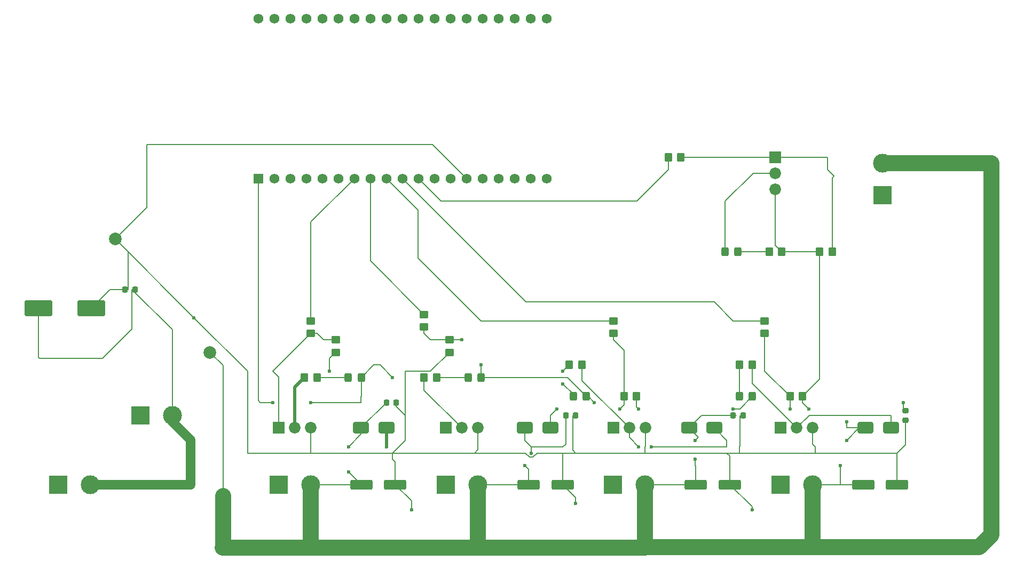
<source format=gbr>
%TF.GenerationSoftware,KiCad,Pcbnew,9.0.0*%
%TF.CreationDate,2025-07-08T15:13:07+02:00*%
%TF.ProjectId,Genric ESP32 5 MOSFEST ,47656e72-6963-4204-9553-503332203520,rev?*%
%TF.SameCoordinates,Original*%
%TF.FileFunction,Copper,L1,Top*%
%TF.FilePolarity,Positive*%
%FSLAX46Y46*%
G04 Gerber Fmt 4.6, Leading zero omitted, Abs format (unit mm)*
G04 Created by KiCad (PCBNEW 9.0.0) date 2025-07-08 15:13:07*
%MOMM*%
%LPD*%
G01*
G04 APERTURE LIST*
G04 Aperture macros list*
%AMRoundRect*
0 Rectangle with rounded corners*
0 $1 Rounding radius*
0 $2 $3 $4 $5 $6 $7 $8 $9 X,Y pos of 4 corners*
0 Add a 4 corners polygon primitive as box body*
4,1,4,$2,$3,$4,$5,$6,$7,$8,$9,$2,$3,0*
0 Add four circle primitives for the rounded corners*
1,1,$1+$1,$2,$3*
1,1,$1+$1,$4,$5*
1,1,$1+$1,$6,$7*
1,1,$1+$1,$8,$9*
0 Add four rect primitives between the rounded corners*
20,1,$1+$1,$2,$3,$4,$5,0*
20,1,$1+$1,$4,$5,$6,$7,0*
20,1,$1+$1,$6,$7,$8,$9,0*
20,1,$1+$1,$8,$9,$2,$3,0*%
G04 Aperture macros list end*
%TA.AperFunction,ComponentPad*%
%ADD10C,1.560000*%
%TD*%
%TA.AperFunction,ComponentPad*%
%ADD11R,1.560000X1.560000*%
%TD*%
%TA.AperFunction,SMDPad,CuDef*%
%ADD12RoundRect,0.250000X-1.000000X-0.650000X1.000000X-0.650000X1.000000X0.650000X-1.000000X0.650000X0*%
%TD*%
%TA.AperFunction,SMDPad,CuDef*%
%ADD13RoundRect,0.250000X-0.325000X-0.450000X0.325000X-0.450000X0.325000X0.450000X-0.325000X0.450000X0*%
%TD*%
%TA.AperFunction,SMDPad,CuDef*%
%ADD14RoundRect,0.225000X-0.250000X0.225000X-0.250000X-0.225000X0.250000X-0.225000X0.250000X0.225000X0*%
%TD*%
%TA.AperFunction,SMDPad,CuDef*%
%ADD15RoundRect,0.225000X-0.225000X-0.250000X0.225000X-0.250000X0.225000X0.250000X-0.225000X0.250000X0*%
%TD*%
%TA.AperFunction,SMDPad,CuDef*%
%ADD16RoundRect,0.250000X-0.450000X0.350000X-0.450000X-0.350000X0.450000X-0.350000X0.450000X0.350000X0*%
%TD*%
%TA.AperFunction,SMDPad,CuDef*%
%ADD17RoundRect,0.250000X0.350000X0.450000X-0.350000X0.450000X-0.350000X-0.450000X0.350000X-0.450000X0*%
%TD*%
%TA.AperFunction,SMDPad,CuDef*%
%ADD18RoundRect,0.250000X0.450000X-0.350000X0.450000X0.350000X-0.450000X0.350000X-0.450000X-0.350000X0*%
%TD*%
%TA.AperFunction,SMDPad,CuDef*%
%ADD19RoundRect,0.250000X-0.350000X-0.450000X0.350000X-0.450000X0.350000X0.450000X-0.350000X0.450000X0*%
%TD*%
%TA.AperFunction,SMDPad,CuDef*%
%ADD20C,2.000000*%
%TD*%
%TA.AperFunction,ComponentPad*%
%ADD21R,1.845000X1.845000*%
%TD*%
%TA.AperFunction,ComponentPad*%
%ADD22C,1.845000*%
%TD*%
%TA.AperFunction,ComponentPad*%
%ADD23R,3.000000X3.000000*%
%TD*%
%TA.AperFunction,ComponentPad*%
%ADD24C,3.000000*%
%TD*%
%TA.AperFunction,ComponentPad*%
%ADD25C,1.400000*%
%TD*%
%TA.AperFunction,SMDPad,CuDef*%
%ADD26RoundRect,0.250000X0.325000X0.450000X-0.325000X0.450000X-0.325000X-0.450000X0.325000X-0.450000X0*%
%TD*%
%TA.AperFunction,SMDPad,CuDef*%
%ADD27RoundRect,0.250000X-1.500000X-0.550000X1.500000X-0.550000X1.500000X0.550000X-1.500000X0.550000X0*%
%TD*%
%TA.AperFunction,SMDPad,CuDef*%
%ADD28RoundRect,0.250000X-1.950000X-1.000000X1.950000X-1.000000X1.950000X1.000000X-1.950000X1.000000X0*%
%TD*%
%TA.AperFunction,ViaPad*%
%ADD29C,0.600000*%
%TD*%
%TA.AperFunction,Conductor*%
%ADD30C,0.200000*%
%TD*%
%TA.AperFunction,Conductor*%
%ADD31C,0.500000*%
%TD*%
%TA.AperFunction,Conductor*%
%ADD32C,0.150000*%
%TD*%
%TA.AperFunction,Conductor*%
%ADD33C,2.500000*%
%TD*%
%TA.AperFunction,Conductor*%
%ADD34C,1.500000*%
%TD*%
G04 APERTURE END LIST*
D10*
%TO.P,U2,J3-19,CLK*%
%TO.N,unconnected-(U2-CLK-PadJ3-19)*%
X96400000Y-111000000D03*
%TO.P,U2,J3-18,SD0*%
%TO.N,unconnected-(U2-SD0-PadJ3-18)*%
X93860000Y-111000000D03*
%TO.P,U2,J3-17,SD1*%
%TO.N,unconnected-(U2-SD1-PadJ3-17)*%
X91320000Y-111000000D03*
%TO.P,U2,J3-16,IO15*%
%TO.N,unconnected-(U2-IO15-PadJ3-16)*%
X88780000Y-111000000D03*
%TO.P,U2,J3-15,IO2*%
%TO.N,unconnected-(U2-IO2-PadJ3-15)*%
X86240000Y-111000000D03*
%TO.P,U2,J3-14,IO0*%
%TO.N,unconnected-(U2-IO0-PadJ3-14)*%
X83700000Y-111000000D03*
%TO.P,U2,J3-13,IO4*%
%TO.N,unconnected-(U2-IO4-PadJ3-13)*%
X81160000Y-111000000D03*
%TO.P,U2,J3-12,IO16*%
%TO.N,unconnected-(U2-IO16-PadJ3-12)*%
X78620000Y-111000000D03*
%TO.P,U2,J3-11,IO17*%
%TO.N,unconnected-(U2-IO17-PadJ3-11)*%
X76080000Y-111000000D03*
%TO.P,U2,J3-10,IO5*%
%TO.N,unconnected-(U2-IO5-PadJ3-10)*%
X73540000Y-111000000D03*
%TO.P,U2,J3-9,IO18*%
%TO.N,unconnected-(U2-IO18-PadJ3-9)*%
X71000000Y-111000000D03*
%TO.P,U2,J3-8,IO19*%
%TO.N,unconnected-(U2-IO19-PadJ3-8)*%
X68460000Y-111000000D03*
%TO.P,U2,J3-7,GND2*%
%TO.N,unconnected-(U2-GND2-PadJ3-7)*%
X65920000Y-111000000D03*
%TO.P,U2,J3-6,IO21*%
%TO.N,unconnected-(U2-IO21-PadJ3-6)*%
X63380000Y-111000000D03*
%TO.P,U2,J3-5,RXD0*%
%TO.N,unconnected-(U2-RXD0-PadJ3-5)*%
X60840000Y-111000000D03*
%TO.P,U2,J3-4,TXD0*%
%TO.N,unconnected-(U2-TXD0-PadJ3-4)*%
X58300000Y-111000000D03*
%TO.P,U2,J3-3,IO22*%
%TO.N,unconnected-(U2-IO22-PadJ3-3)*%
X55760000Y-111000000D03*
%TO.P,U2,J3-2,IO23*%
%TO.N,unconnected-(U2-IO23-PadJ3-2)*%
X53220000Y-111000000D03*
%TO.P,U2,J3-1,GND3*%
%TO.N,unconnected-(U2-GND3-PadJ3-1)*%
X50680000Y-111000000D03*
%TO.P,U2,J2-18,CMD*%
%TO.N,unconnected-(U2-CMD-PadJ2-18)*%
X93860000Y-136400000D03*
%TO.P,U2,J2-17,SD3*%
%TO.N,unconnected-(U2-SD3-PadJ2-17)*%
X91320000Y-136400000D03*
%TO.P,U2,J2-16,SD2*%
%TO.N,unconnected-(U2-SD2-PadJ2-16)*%
X88780000Y-136400000D03*
%TO.P,U2,J2-15,IO13*%
%TO.N,unconnected-(U2-IO13-PadJ2-15)*%
X86240000Y-136400000D03*
%TO.P,U2,J2-14,GND1*%
%TO.N,GND*%
X83700000Y-136400000D03*
%TO.P,U2,J2-13,IO12*%
%TO.N,unconnected-(U2-IO12-PadJ2-13)*%
X81160000Y-136400000D03*
%TO.P,U2,J2-12,IO14*%
%TO.N,unconnected-(U2-IO14-PadJ2-12)*%
X78620000Y-136400000D03*
%TO.P,U2,J2-11,IO27*%
%TO.N,Net-(U2-IO27)*%
X76080000Y-136400000D03*
%TO.P,U2,J2-10,IO26*%
%TO.N,Net-(U2-IO26)*%
X73540000Y-136400000D03*
%TO.P,U2,J2-9,IO25*%
%TO.N,Net-(U2-IO25)*%
X71000000Y-136400000D03*
%TO.P,U2,J2-8,IO33*%
%TO.N,Net-(U2-IO33)*%
X68460000Y-136400000D03*
%TO.P,U2,J2-7,IO32*%
%TO.N,Net-(U2-IO32)*%
X65920000Y-136400000D03*
%TO.P,U2,J2-6,IO35*%
%TO.N,unconnected-(U2-IO35-PadJ2-6)*%
X63380000Y-136400000D03*
%TO.P,U2,J2-5,IO34*%
%TO.N,unconnected-(U2-IO34-PadJ2-5)*%
X60840000Y-136400000D03*
%TO.P,U2,J2-4,SENSOR_VN*%
%TO.N,unconnected-(U2-SENSOR_VN-PadJ2-4)*%
X58300000Y-136400000D03*
%TO.P,U2,J2-3,SENSOR_VP*%
%TO.N,unconnected-(U2-SENSOR_VP-PadJ2-3)*%
X55760000Y-136400000D03*
%TO.P,U2,J2-19,EXT_5V*%
%TO.N,unconnected-(U2-EXT_5V-PadJ2-19)*%
X96400000Y-136400000D03*
%TO.P,U2,J2-2,EN*%
%TO.N,unconnected-(U2-EN-PadJ2-2)*%
X53220000Y-136400000D03*
D11*
%TO.P,U2,J2-1,3V3*%
%TO.N,Net-(D1-A)*%
X50680000Y-136400000D03*
%TD*%
D12*
%TO.P,D9,2,A*%
%TO.N,Net-(D9-A)*%
X97000000Y-176000000D03*
%TO.P,D9,1,K*%
%TO.N,Net-(D10-K)*%
X93000000Y-176000000D03*
%TD*%
D13*
%TO.P,D1,1,K*%
%TO.N,Net-(D1-K)*%
X64975000Y-168000000D03*
%TO.P,D1,2,A*%
%TO.N,Net-(D1-A)*%
X67025000Y-168000000D03*
%TD*%
D14*
%TO.P,C10,1*%
%TO.N,Net-(D10-K)*%
X153345000Y-173225000D03*
%TO.P,C10,2*%
%TO.N,GND*%
X153345000Y-174775000D03*
%TD*%
D15*
%TO.P,C8,1*%
%TO.N,Net-(D10-K)*%
X126006667Y-174000000D03*
%TO.P,C8,2*%
%TO.N,GND*%
X127556667Y-174000000D03*
%TD*%
%TO.P,C6,1*%
%TO.N,Net-(D10-K)*%
X99443333Y-174000000D03*
%TO.P,C6,2*%
%TO.N,GND*%
X100993333Y-174000000D03*
%TD*%
%TO.P,C4,1*%
%TO.N,Net-(D10-K)*%
X71000000Y-172000000D03*
%TO.P,C4,2*%
%TO.N,GND*%
X72550000Y-172000000D03*
%TD*%
%TO.P,C2,1*%
%TO.N,GND*%
X29570000Y-154000000D03*
%TO.P,C2,2*%
%TO.N,Net-(J5-Pin_2)*%
X31120000Y-154000000D03*
%TD*%
D16*
%TO.P,R5,1*%
%TO.N,Net-(Q1-Pad1)*%
X63000000Y-162000000D03*
%TO.P,R5,2*%
%TO.N,GND*%
X63000000Y-164000000D03*
%TD*%
D17*
%TO.P,R9,1*%
%TO.N,Net-(D8-A)*%
X102000000Y-166000000D03*
%TO.P,R9,2*%
%TO.N,Net-(D5-K)*%
X100000000Y-166000000D03*
%TD*%
D18*
%TO.P,R10,2*%
%TO.N,Net-(U2-IO32)*%
X59000000Y-159000000D03*
%TO.P,R10,1*%
%TO.N,Net-(Q1-Pad1)*%
X59000000Y-161000000D03*
%TD*%
D19*
%TO.P,R7,2*%
%TO.N,Net-(D4-K)*%
X79000000Y-168000000D03*
%TO.P,R7,1*%
%TO.N,Net-(D9-A)*%
X77000000Y-168000000D03*
%TD*%
D13*
%TO.P,D4,2,A*%
%TO.N,Net-(D1-A)*%
X86025000Y-168000000D03*
%TO.P,D4,1,K*%
%TO.N,Net-(D4-K)*%
X83975000Y-168000000D03*
%TD*%
D18*
%TO.P,R11,2*%
%TO.N,Net-(U2-IO26)*%
X131000000Y-159000000D03*
%TO.P,R11,1*%
%TO.N,Net-(Q5-Pad1)*%
X131000000Y-161000000D03*
%TD*%
%TO.P,R6,1*%
%TO.N,GND*%
X81000000Y-164000000D03*
%TO.P,R6,2*%
%TO.N,Net-(Q3-Pad1)*%
X81000000Y-162000000D03*
%TD*%
D13*
%TO.P,D5,2,A*%
%TO.N,Net-(D1-A)*%
X102716667Y-171000000D03*
%TO.P,D5,1,K*%
%TO.N,Net-(D5-K)*%
X100666667Y-171000000D03*
%TD*%
D18*
%TO.P,R12,2*%
%TO.N,Net-(U2-IO33)*%
X77000000Y-158000000D03*
%TO.P,R12,1*%
%TO.N,Net-(Q3-Pad1)*%
X77000000Y-160000000D03*
%TD*%
D17*
%TO.P,R8,2*%
%TO.N,Net-(Q4-Pad1)*%
X108666667Y-171000000D03*
%TO.P,R8,1*%
%TO.N,GND*%
X110666667Y-171000000D03*
%TD*%
%TO.P,R15,2*%
%TO.N,Net-(D6-K)*%
X127000000Y-166000000D03*
%TO.P,R15,1*%
%TO.N,Net-(D3-A)*%
X129000000Y-166000000D03*
%TD*%
D13*
%TO.P,D6,1,K*%
%TO.N,Net-(D6-K)*%
X127000000Y-171000000D03*
%TO.P,D6,2,A*%
%TO.N,Net-(D1-A)*%
X129050000Y-171000000D03*
%TD*%
D18*
%TO.P,R13,2*%
%TO.N,Net-(U2-IO25)*%
X107000000Y-159000000D03*
%TO.P,R13,1*%
%TO.N,Net-(Q4-Pad1)*%
X107000000Y-161000000D03*
%TD*%
D19*
%TO.P,R4,1*%
%TO.N,Net-(D10-A)*%
X58000000Y-168000000D03*
%TO.P,R4,2*%
%TO.N,Net-(D1-K)*%
X60000000Y-168000000D03*
%TD*%
D20*
%TO.P,TP2,1,1*%
%TO.N,GND*%
X28000000Y-146000000D03*
%TD*%
%TO.P,TP1,1,1*%
%TO.N,Net-(D10-K)*%
X43000000Y-164000000D03*
%TD*%
D19*
%TO.P,R18,1*%
%TO.N,Net-(D7-K)*%
X131700000Y-148000000D03*
%TO.P,R18,2*%
%TO.N,GND*%
X133700000Y-148000000D03*
%TD*%
%TO.P,R17,1*%
%TO.N,GND*%
X139700000Y-148000000D03*
%TO.P,R17,2*%
%TO.N,Net-(Q6-Pad1)*%
X141700000Y-148000000D03*
%TD*%
D17*
%TO.P,R16,1*%
%TO.N,Net-(Q6-Pad1)*%
X117700000Y-133000000D03*
%TO.P,R16,2*%
%TO.N,Net-(U2-IO27)*%
X115700000Y-133000000D03*
%TD*%
%TO.P,R14,1*%
%TO.N,GND*%
X137000000Y-171000000D03*
%TO.P,R14,2*%
%TO.N,Net-(Q5-Pad1)*%
X135000000Y-171000000D03*
%TD*%
D21*
%TO.P,Q6,1*%
%TO.N,Net-(Q6-Pad1)*%
X132700000Y-133000000D03*
D22*
%TO.P,Q6,2*%
%TO.N,Net-(D7-A)*%
X132700000Y-135540000D03*
%TO.P,Q6,3*%
%TO.N,GND*%
X132700000Y-138080000D03*
%TD*%
D21*
%TO.P,Q5,1*%
%TO.N,Net-(Q5-Pad1)*%
X133510000Y-176000000D03*
D22*
%TO.P,Q5,2*%
%TO.N,Net-(D3-A)*%
X136050000Y-176000000D03*
%TO.P,Q5,3*%
%TO.N,GND*%
X138590000Y-176000000D03*
%TD*%
D21*
%TO.P,Q4,1*%
%TO.N,Net-(Q4-Pad1)*%
X106980000Y-176000000D03*
D22*
%TO.P,Q4,2*%
%TO.N,Net-(D8-A)*%
X109520000Y-176000000D03*
%TO.P,Q4,3*%
%TO.N,GND*%
X112060000Y-176000000D03*
%TD*%
D21*
%TO.P,Q3,1*%
%TO.N,Net-(Q3-Pad1)*%
X80450000Y-176000000D03*
D22*
%TO.P,Q3,2*%
%TO.N,Net-(D9-A)*%
X82990000Y-176000000D03*
%TO.P,Q3,3*%
%TO.N,GND*%
X85530000Y-176000000D03*
%TD*%
D21*
%TO.P,Q1,1*%
%TO.N,Net-(Q1-Pad1)*%
X53920000Y-176000000D03*
D22*
%TO.P,Q1,2*%
%TO.N,Net-(D10-A)*%
X56460000Y-176000000D03*
%TO.P,Q1,3*%
%TO.N,GND*%
X59000000Y-176000000D03*
%TD*%
D23*
%TO.P,J10,1,Pin_1*%
%TO.N,Net-(D7-A)*%
X149700000Y-139080000D03*
D24*
%TO.P,J10,2,Pin_2*%
%TO.N,Net-(D10-K)*%
X149700000Y-134000000D03*
%TD*%
D23*
%TO.P,J9,1,Pin_1*%
%TO.N,GND*%
X32000000Y-174000000D03*
D24*
%TO.P,J9,2,Pin_2*%
%TO.N,Net-(J5-Pin_2)*%
X37080000Y-174000000D03*
%TD*%
D23*
%TO.P,J8,1,Pin_1*%
%TO.N,Net-(D3-A)*%
X133497143Y-185000000D03*
D24*
%TO.P,J8,2,Pin_2*%
%TO.N,Net-(D10-K)*%
X138577143Y-185000000D03*
%TD*%
D23*
%TO.P,J7,1,Pin_1*%
%TO.N,Net-(D8-A)*%
X106971429Y-185000000D03*
D24*
%TO.P,J7,2,Pin_2*%
%TO.N,Net-(D10-K)*%
X112051429Y-185000000D03*
%TD*%
D23*
%TO.P,J6,1,Pin_1*%
%TO.N,Net-(D9-A)*%
X80445714Y-185000000D03*
D24*
%TO.P,J6,2,Pin_2*%
%TO.N,Net-(D10-K)*%
X85525714Y-185000000D03*
%TD*%
D23*
%TO.P,J5,1,Pin_1*%
%TO.N,GND*%
X19000000Y-185000000D03*
D24*
%TO.P,J5,2,Pin_2*%
%TO.N,Net-(J5-Pin_2)*%
X24080000Y-185000000D03*
%TD*%
D23*
%TO.P,J4,1,Pin_1*%
%TO.N,Net-(D10-A)*%
X53920000Y-185000000D03*
D24*
%TO.P,J4,2,Pin_2*%
%TO.N,Net-(D10-K)*%
X59000000Y-185000000D03*
%TD*%
D25*
%TO.P,F1,1*%
%TO.N,Net-(J5-Pin_2)*%
X40000000Y-185000000D03*
%TO.P,F1,2*%
%TO.N,Net-(D10-K)*%
X45100000Y-186800000D03*
%TD*%
D12*
%TO.P,D10,1,K*%
%TO.N,Net-(D10-K)*%
X67000000Y-176000000D03*
%TO.P,D10,2,A*%
%TO.N,Net-(D10-A)*%
X71000000Y-176000000D03*
%TD*%
%TO.P,D8,1,K*%
%TO.N,Net-(D10-K)*%
X119000000Y-176000000D03*
%TO.P,D8,2,A*%
%TO.N,Net-(D8-A)*%
X123000000Y-176000000D03*
%TD*%
D26*
%TO.P,D7,1,K*%
%TO.N,Net-(D7-K)*%
X126750000Y-148000000D03*
%TO.P,D7,2,A*%
%TO.N,Net-(D7-A)*%
X124700000Y-148000000D03*
%TD*%
D12*
%TO.P,D3,1,K*%
%TO.N,Net-(D10-K)*%
X147000000Y-176000000D03*
%TO.P,D3,2,A*%
%TO.N,Net-(D3-A)*%
X151000000Y-176000000D03*
%TD*%
D27*
%TO.P,C9,1*%
%TO.N,Net-(D10-K)*%
X146600000Y-185000000D03*
%TO.P,C9,2*%
%TO.N,GND*%
X152000000Y-185000000D03*
%TD*%
%TO.P,C7,1*%
%TO.N,Net-(D10-K)*%
X120074286Y-185000000D03*
%TO.P,C7,2*%
%TO.N,GND*%
X125474286Y-185000000D03*
%TD*%
%TO.P,C5,1*%
%TO.N,Net-(D10-K)*%
X93548571Y-185000000D03*
%TO.P,C5,2*%
%TO.N,GND*%
X98948571Y-185000000D03*
%TD*%
%TO.P,C3,1*%
%TO.N,Net-(D10-K)*%
X67022857Y-185000000D03*
%TO.P,C3,2*%
%TO.N,GND*%
X72422857Y-185000000D03*
%TD*%
D28*
%TO.P,C1,1*%
%TO.N,Net-(J5-Pin_2)*%
X15800000Y-157000000D03*
%TO.P,C1,2*%
%TO.N,GND*%
X24200000Y-157000000D03*
%TD*%
D29*
%TO.N,Net-(D10-A)*%
X71000000Y-179000000D03*
%TO.N,Net-(D5-K)*%
X99000000Y-169000000D03*
X99000000Y-167000000D03*
%TO.N,GND*%
X129000000Y-189000000D03*
X101000000Y-188000000D03*
X75000000Y-189000000D03*
%TO.N,Net-(D1-A)*%
X86000000Y-166000000D03*
%TO.N,Net-(D10-K)*%
X144000000Y-178000000D03*
X143000000Y-182000000D03*
X144000000Y-175000000D03*
X153000000Y-172000000D03*
%TO.N,GND*%
X138000000Y-173000000D03*
%TO.N,Net-(Q5-Pad1)*%
X135000000Y-173000000D03*
%TO.N,Net-(D1-A)*%
X126000000Y-173000000D03*
X104000000Y-172000000D03*
%TO.N,Net-(D10-K)*%
X120000000Y-178000000D03*
X120000000Y-181000000D03*
%TO.N,Net-(D8-A)*%
X111000000Y-179000000D03*
X113000000Y-179000000D03*
%TO.N,GND*%
X111000000Y-173000000D03*
%TO.N,Net-(Q4-Pad1)*%
X108000000Y-173000000D03*
%TO.N,Net-(D10-K)*%
X65000000Y-183000000D03*
X65000000Y-179000000D03*
X94000000Y-180000000D03*
X93000000Y-182000000D03*
%TO.N,Net-(D9-A)*%
X98000000Y-173000000D03*
%TO.N,Net-(Q3-Pad1)*%
X83000000Y-162000000D03*
%TO.N,Net-(D1-A)*%
X72000000Y-168000000D03*
%TO.N,GND*%
X62000000Y-167000000D03*
%TO.N,Net-(D1-A)*%
X53000000Y-172000000D03*
X59000000Y-172000000D03*
%TO.N,GND*%
X40500000Y-158500000D03*
%TD*%
D30*
%TO.N,Net-(D7-A)*%
X129160000Y-135540000D02*
X124700000Y-140000000D01*
X124700000Y-140000000D02*
X124700000Y-148000000D01*
D31*
%TO.N,Net-(D10-A)*%
X71000000Y-179000000D02*
X71000000Y-176000000D01*
D30*
%TO.N,Net-(D5-K)*%
X100000000Y-166000000D02*
X99000000Y-167000000D01*
X99000000Y-169000000D02*
X100666667Y-170666667D01*
X100666667Y-170666667D02*
X100666667Y-171000000D01*
%TO.N,GND*%
X125474286Y-185000000D02*
X129000000Y-188525714D01*
X129000000Y-188525714D02*
X129000000Y-189000000D01*
X98948571Y-185000000D02*
X101000000Y-187051429D01*
X101000000Y-187051429D02*
X101000000Y-188000000D01*
X72422857Y-185000000D02*
X75000000Y-187577143D01*
X75000000Y-187577143D02*
X75000000Y-189000000D01*
%TO.N,Net-(D10-K)*%
X99443333Y-174000000D02*
X99443333Y-178556667D01*
X99443333Y-178556667D02*
X99000000Y-179000000D01*
X99000000Y-179000000D02*
X94000000Y-179000000D01*
%TO.N,Net-(D9-A)*%
X97000000Y-176000000D02*
X97000000Y-174000000D01*
X97000000Y-174000000D02*
X98000000Y-173000000D01*
%TO.N,Net-(D10-K)*%
X94000000Y-179000000D02*
X93000000Y-178000000D01*
X93000000Y-178000000D02*
X93000000Y-176000000D01*
%TO.N,GND*%
X72550000Y-172000000D02*
X72550000Y-172575000D01*
X72550000Y-172575000D02*
X73975000Y-174000000D01*
%TO.N,Net-(D10-K)*%
X65000000Y-179000000D02*
X67000000Y-177000000D01*
X67000000Y-177000000D02*
X67000000Y-176000000D01*
X120470000Y-177530000D02*
X119000000Y-176060000D01*
X119000000Y-176060000D02*
X119000000Y-176000000D01*
X121000000Y-174000000D02*
X119000000Y-176000000D01*
%TO.N,Net-(D8-A)*%
X125000000Y-178000000D02*
X123000000Y-176000000D01*
D32*
%TO.N,Net-(D10-K)*%
X153000000Y-173335000D02*
X153345000Y-173680000D01*
D30*
X153000000Y-172000000D02*
X153000000Y-173335000D01*
%TO.N,GND*%
X153345000Y-174320000D02*
X153345000Y-178655000D01*
X153345000Y-178655000D02*
X152000000Y-180000000D01*
%TO.N,Net-(D1-A)*%
X86000000Y-166000000D02*
X86000000Y-167000000D01*
X86000000Y-167000000D02*
X86025000Y-167025000D01*
X86025000Y-167025000D02*
X86025000Y-168000000D01*
%TO.N,GND*%
X139700000Y-148000000D02*
X139700000Y-168300000D01*
X139700000Y-168300000D02*
X137000000Y-171000000D01*
X133700000Y-148000000D02*
X139700000Y-148000000D01*
%TO.N,Net-(Q6-Pad1)*%
X142000000Y-136000000D02*
X141700000Y-136300000D01*
X141700000Y-136300000D02*
X141700000Y-148000000D01*
X132700000Y-133000000D02*
X141000000Y-133000000D01*
X141000000Y-135000000D02*
X142000000Y-136000000D01*
X141000000Y-133000000D02*
X141000000Y-135000000D01*
%TO.N,Net-(D7-K)*%
X126750000Y-148000000D02*
X131700000Y-148000000D01*
%TO.N,GND*%
X132700000Y-138080000D02*
X132700000Y-147000000D01*
X132700000Y-147000000D02*
X133700000Y-148000000D01*
%TO.N,Net-(D7-A)*%
X129160000Y-135540000D02*
X132700000Y-135540000D01*
%TO.N,Net-(Q6-Pad1)*%
X117700000Y-133000000D02*
X132700000Y-133000000D01*
%TO.N,Net-(U2-IO27)*%
X110700000Y-140000000D02*
X115700000Y-135000000D01*
X115700000Y-135000000D02*
X115700000Y-133000000D01*
X76080000Y-136400000D02*
X79680000Y-140000000D01*
X79680000Y-140000000D02*
X110700000Y-140000000D01*
D33*
%TO.N,Net-(D10-K)*%
X138948571Y-194948571D02*
X165051429Y-194948571D01*
X165051429Y-194948571D02*
X167000000Y-193000000D01*
X167000000Y-193000000D02*
X167000000Y-134000000D01*
X167000000Y-134000000D02*
X149700000Y-134000000D01*
D30*
%TO.N,Net-(Q5-Pad1)*%
X131000000Y-161000000D02*
X131000000Y-167000000D01*
X131000000Y-167000000D02*
X135000000Y-171000000D01*
%TO.N,Net-(D10-K)*%
X138577143Y-185000000D02*
X143000000Y-185000000D01*
X143000000Y-185000000D02*
X143000000Y-182000000D01*
X146000000Y-176000000D02*
X147000000Y-176000000D01*
X144000000Y-178000000D02*
X146000000Y-176000000D01*
X147000000Y-176000000D02*
X144000000Y-176000000D01*
X144000000Y-176000000D02*
X144000000Y-175000000D01*
X153000000Y-172000000D02*
X153025000Y-172025000D01*
%TO.N,Net-(D3-A)*%
X136050000Y-176000000D02*
X138050000Y-174000000D01*
X138050000Y-174000000D02*
X151000000Y-174000000D01*
X151000000Y-174000000D02*
X151000000Y-176000000D01*
%TO.N,GND*%
X138000000Y-173000000D02*
X137000000Y-172000000D01*
X137000000Y-172000000D02*
X137000000Y-171000000D01*
%TO.N,Net-(Q5-Pad1)*%
X135000000Y-173000000D02*
X135000000Y-171000000D01*
%TO.N,Net-(D3-A)*%
X129000000Y-166000000D02*
X129000000Y-168950000D01*
X129000000Y-168950000D02*
X136050000Y-176000000D01*
%TO.N,Net-(D6-K)*%
X127000000Y-171000000D02*
X127000000Y-166000000D01*
%TO.N,Net-(D1-A)*%
X127050000Y-173000000D02*
X129050000Y-171000000D01*
X126000000Y-173000000D02*
X127050000Y-173000000D01*
X102716667Y-171000000D02*
X103000000Y-171000000D01*
X103000000Y-171000000D02*
X104000000Y-172000000D01*
%TO.N,Net-(D10-K)*%
X120000000Y-182000000D02*
X120074286Y-182074286D01*
X120470000Y-177530000D02*
X120000000Y-178000000D01*
X120074286Y-182074286D02*
X120074286Y-185000000D01*
X120000000Y-181000000D02*
X120000000Y-182000000D01*
X126461667Y-174000000D02*
X121000000Y-174000000D01*
%TO.N,GND*%
X125000000Y-180000000D02*
X127000000Y-180000000D01*
X127000000Y-180000000D02*
X127000000Y-179000000D01*
X127000000Y-179000000D02*
X127101667Y-178898333D01*
X127101667Y-178898333D02*
X127101667Y-174000000D01*
%TO.N,Net-(D8-A)*%
X109520000Y-177520000D02*
X111000000Y-179000000D01*
X113000000Y-179000000D02*
X125000000Y-179000000D01*
X125000000Y-179000000D02*
X125000000Y-178000000D01*
X109520000Y-176000000D02*
X109520000Y-177520000D01*
%TO.N,GND*%
X111000000Y-173000000D02*
X110666667Y-172666667D01*
X110666667Y-172666667D02*
X110666667Y-171000000D01*
%TO.N,Net-(Q4-Pad1)*%
X108000000Y-173000000D02*
X108666667Y-172333333D01*
X108666667Y-172333333D02*
X108666667Y-171000000D01*
%TO.N,Net-(D8-A)*%
X102000000Y-166000000D02*
X102000000Y-168480000D01*
X102000000Y-168480000D02*
X109520000Y-176000000D01*
%TO.N,Net-(U2-IO26)*%
X73540000Y-136400000D02*
X93140000Y-156000000D01*
X93140000Y-156000000D02*
X123000000Y-156000000D01*
X123000000Y-156000000D02*
X126000000Y-159000000D01*
X126000000Y-159000000D02*
X131000000Y-159000000D01*
%TO.N,Net-(Q4-Pad1)*%
X107000000Y-161000000D02*
X107000000Y-162000000D01*
X107000000Y-162000000D02*
X108666667Y-163666667D01*
X108666667Y-163666667D02*
X108666667Y-171000000D01*
%TO.N,Net-(U2-IO33)*%
X68460000Y-149460000D02*
X77000000Y-158000000D01*
X68460000Y-136400000D02*
X68460000Y-149460000D01*
%TO.N,Net-(U2-IO25)*%
X71000000Y-136400000D02*
X76000000Y-141400000D01*
X76000000Y-141400000D02*
X76000000Y-149000000D01*
X76000000Y-149000000D02*
X86000000Y-159000000D01*
X86000000Y-159000000D02*
X107000000Y-159000000D01*
%TO.N,Net-(D10-K)*%
X65000000Y-183000000D02*
X65022857Y-183000000D01*
X65022857Y-183000000D02*
X67022857Y-185000000D01*
%TO.N,GND*%
X99000000Y-180000000D02*
X101000000Y-180000000D01*
X101000000Y-180000000D02*
X100538333Y-179538333D01*
X100538333Y-179538333D02*
X100538333Y-174000000D01*
%TO.N,Net-(D10-K)*%
X94000000Y-179000000D02*
X94000000Y-180000000D01*
%TO.N,GND*%
X85000000Y-180000000D02*
X93080761Y-180000000D01*
X93080761Y-180000000D02*
X93730761Y-180650000D01*
X93730761Y-180650000D02*
X94269239Y-180650000D01*
X94919239Y-180000000D02*
X99000000Y-180000000D01*
X94269239Y-180650000D02*
X94919239Y-180000000D01*
%TO.N,Net-(D10-K)*%
X93000000Y-182000000D02*
X93548571Y-182548571D01*
X93548571Y-182548571D02*
X93548571Y-185000000D01*
%TO.N,Net-(Q3-Pad1)*%
X83000000Y-162000000D02*
X81000000Y-162000000D01*
%TO.N,Net-(D1-A)*%
X86025000Y-168000000D02*
X99716667Y-168000000D01*
X99716667Y-168000000D02*
X102716667Y-171000000D01*
%TO.N,Net-(D4-K)*%
X79000000Y-168000000D02*
X83975000Y-168000000D01*
%TO.N,Net-(D9-A)*%
X77000000Y-168000000D02*
X77000000Y-170010000D01*
X77000000Y-170010000D02*
X82990000Y-176000000D01*
%TO.N,Net-(D1-A)*%
X67025000Y-168000000D02*
X69025000Y-166000000D01*
X69025000Y-166000000D02*
X70000000Y-166000000D01*
X70000000Y-166000000D02*
X72000000Y-168000000D01*
%TO.N,GND*%
X73975000Y-174000000D02*
X73975000Y-178025000D01*
X73975000Y-178025000D02*
X72000000Y-180000000D01*
X81000000Y-164000000D02*
X78000000Y-167000000D01*
X73975000Y-167025000D02*
X73975000Y-174000000D01*
X78000000Y-167000000D02*
X74000000Y-167000000D01*
X74000000Y-167000000D02*
X73975000Y-167025000D01*
%TO.N,Net-(Q3-Pad1)*%
X77000000Y-160000000D02*
X77000000Y-161000000D01*
X77000000Y-161000000D02*
X78000000Y-162000000D01*
X78000000Y-162000000D02*
X81000000Y-162000000D01*
%TO.N,GND*%
X62000000Y-165000000D02*
X62000000Y-167000000D01*
X63000000Y-164000000D02*
X62000000Y-165000000D01*
%TO.N,Net-(D1-A)*%
X50680000Y-136400000D02*
X50680000Y-171680000D01*
X50680000Y-171680000D02*
X51000000Y-172000000D01*
X59000000Y-172000000D02*
X67000000Y-172000000D01*
X51000000Y-172000000D02*
X53000000Y-172000000D01*
X67000000Y-172000000D02*
X67000000Y-171000000D01*
X67000000Y-171000000D02*
X67025000Y-170975000D01*
X67025000Y-170975000D02*
X67025000Y-168000000D01*
%TO.N,Net-(D1-K)*%
X60000000Y-168000000D02*
X64975000Y-168000000D01*
D31*
%TO.N,Net-(D10-A)*%
X56460000Y-172000000D02*
X56460000Y-169540000D01*
X57000000Y-169000000D02*
X58000000Y-168000000D01*
X56460000Y-176000000D02*
X56460000Y-172000000D01*
X56460000Y-169540000D02*
X57000000Y-169000000D01*
D30*
%TO.N,GND*%
X40500000Y-158500000D02*
X49000000Y-167000000D01*
D34*
%TO.N,Net-(J5-Pin_2)*%
X40000000Y-185000000D02*
X40000000Y-177920000D01*
X40000000Y-177920000D02*
X37080000Y-175000000D01*
D30*
%TO.N,Net-(D10-K)*%
X45100000Y-186800000D02*
X45100000Y-166100000D01*
X45100000Y-166100000D02*
X43000000Y-164000000D01*
%TO.N,Net-(J5-Pin_2)*%
X30665000Y-154000000D02*
X30665000Y-160335000D01*
X16000000Y-165000000D02*
X15800000Y-164800000D01*
X30665000Y-160335000D02*
X26000000Y-165000000D01*
X15800000Y-164800000D02*
X15800000Y-157000000D01*
X26000000Y-165000000D02*
X16000000Y-165000000D01*
%TO.N,GND*%
X30025000Y-154000000D02*
X27200000Y-154000000D01*
X27200000Y-154000000D02*
X24200000Y-157000000D01*
X30025000Y-154000000D02*
X30025000Y-148025000D01*
X30025000Y-148025000D02*
X28000000Y-146000000D01*
%TO.N,Net-(J5-Pin_2)*%
X37080000Y-175000000D02*
X37080000Y-160415000D01*
X37080000Y-160415000D02*
X30665000Y-154000000D01*
%TO.N,Net-(D10-K)*%
X143000000Y-185000000D02*
X146600000Y-185000000D01*
D33*
X112051429Y-194948571D02*
X138948571Y-194948571D01*
D30*
X138948571Y-194948571D02*
X138577143Y-194577143D01*
D33*
X138577143Y-194577143D02*
X138577143Y-185000000D01*
D30*
X112051429Y-185000000D02*
X120074286Y-185000000D01*
X85051428Y-195000000D02*
X85000000Y-195000000D01*
D33*
X85000000Y-195000000D02*
X112000000Y-195000000D01*
D30*
X112000000Y-195000000D02*
X112051429Y-194948571D01*
D33*
X112051429Y-194948571D02*
X112051429Y-185000000D01*
D30*
X85525714Y-185000000D02*
X93548571Y-185000000D01*
X85525714Y-194525714D02*
X85051428Y-195000000D01*
D33*
X85000000Y-195000000D02*
X59000000Y-195000000D01*
X85525714Y-185000000D02*
X85525714Y-194525714D01*
D30*
X59000000Y-185000000D02*
X67022857Y-185000000D01*
D33*
X45100000Y-186800000D02*
X45100000Y-194900000D01*
D30*
X45100000Y-194900000D02*
X45000000Y-195000000D01*
D33*
X45000000Y-195000000D02*
X59000000Y-195000000D01*
X59000000Y-195000000D02*
X59000000Y-185000000D01*
D34*
%TO.N,Net-(J5-Pin_2)*%
X24080000Y-185000000D02*
X40000000Y-185000000D01*
D30*
%TO.N,GND*%
X139000000Y-180000000D02*
X152000000Y-180000000D01*
X152000000Y-180000000D02*
X152000000Y-185000000D01*
X127000000Y-180000000D02*
X139000000Y-180000000D01*
X139000000Y-180000000D02*
X139000000Y-179000000D01*
X139000000Y-179000000D02*
X138590000Y-178590000D01*
X138590000Y-178590000D02*
X138590000Y-176000000D01*
X112000000Y-180000000D02*
X125000000Y-180000000D01*
X125000000Y-180000000D02*
X125474286Y-180474286D01*
X125474286Y-180474286D02*
X125474286Y-185000000D01*
X101000000Y-180000000D02*
X112000000Y-180000000D01*
X112000000Y-180000000D02*
X112000000Y-179000000D01*
X112000000Y-179000000D02*
X112060000Y-178940000D01*
X112060000Y-178940000D02*
X112060000Y-176000000D01*
X99000000Y-180000000D02*
X98948571Y-180051429D01*
X98948571Y-180051429D02*
X98948571Y-185000000D01*
X72000000Y-180000000D02*
X85000000Y-180000000D01*
X85000000Y-180000000D02*
X85530000Y-179470000D01*
X85530000Y-179470000D02*
X85530000Y-176000000D01*
X59000000Y-180000000D02*
X72000000Y-180000000D01*
X72422857Y-181422857D02*
X72422857Y-185000000D01*
X72000000Y-180000000D02*
X72000000Y-181000000D01*
X72000000Y-181000000D02*
X72422857Y-181422857D01*
X28000000Y-146000000D02*
X40500000Y-158500000D01*
X49000000Y-167000000D02*
X49000000Y-180000000D01*
X49000000Y-180000000D02*
X59000000Y-180000000D01*
X59000000Y-180000000D02*
X59000000Y-176000000D01*
X83700000Y-136400000D02*
X78300000Y-131000000D01*
X33000000Y-141000000D02*
X28000000Y-146000000D01*
X78300000Y-131000000D02*
X33000000Y-131000000D01*
X33000000Y-131000000D02*
X33000000Y-141000000D01*
%TO.N,Net-(Q1-Pad1)*%
X59000000Y-161000000D02*
X60000000Y-161000000D01*
X60000000Y-161000000D02*
X61000000Y-162000000D01*
X61000000Y-162000000D02*
X63000000Y-162000000D01*
X59000000Y-161000000D02*
X53000000Y-167000000D01*
X53000000Y-167000000D02*
X53920000Y-167920000D01*
X53920000Y-167920000D02*
X53920000Y-176000000D01*
%TO.N,Net-(U2-IO32)*%
X65920000Y-136400000D02*
X59000000Y-143320000D01*
X59000000Y-143320000D02*
X59000000Y-159000000D01*
%TO.N,Net-(D10-K)*%
X71000000Y-172000000D02*
X67000000Y-176000000D01*
%TD*%
M02*

</source>
